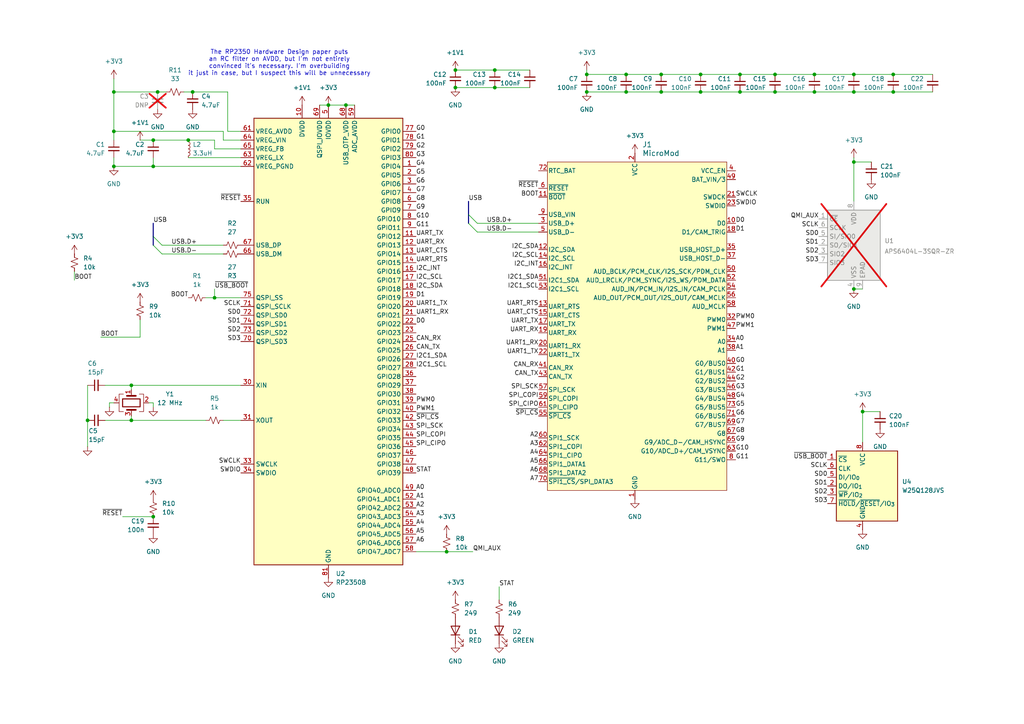
<source format=kicad_sch>
(kicad_sch (version 20250114) (generator "eeschema") (generator_version "9.0")
  (paper "A4")
  (lib_symbols
    (symbol "Device:C_Small" (pin_numbers (hide yes)) (pin_names (offset 0.254) (hide yes))
      (property "Reference" "C" (at 0.254 1.778 0))
      (property "Value" "C_Small" (at 0.254 -2.032 0))
      (symbol "C_Small_1_1"
        (pin passive line (at 0 2.54 270) (length 2.032) (name "~") (number "1"))
        (pin passive line (at 0 -2.54 90) (length 2.032) (name "~") (number "2"))
      )
    )
    (symbol "Device:Crystal_GND24" (pin_names (offset 1.016) (hide yes))
      (property "Reference" "Y" (at 3.175 5.08 0))
      (property "Value" "Crystal_GND24" (at 3.175 3.175 0))
      (symbol "Crystal_GND24_1_1"
        (pin passive line (at -3.81 0 0) (length 1.27) (name "1") (number "1"))
        (pin passive line (at 0 5.08 270) (length 1.27) (name "2") (number "2"))
        (pin passive line (at 0 -5.08 90) (length 1.27) (name "4") (number "4"))
        (pin passive line (at 3.81 0 180) (length 1.27) (name "3") (number "3"))
      )
    )
    (symbol "Device:LED" (pin_numbers (hide yes)) (pin_names (offset 1.016) (hide yes))
      (property "Reference" "D" (at 0 2.54 0))
      (property "Value" "LED" (at 0 -2.54 0))
      (symbol "LED_1_1"
        (pin passive line (at -3.81 0 0) (length 2.54) (name "K") (number "1"))
        (pin passive line (at 3.81 0 180) (length 2.54) (name "A") (number "2"))
      )
    )
    (symbol "Device:L_Small" (pin_numbers (hide yes)) (pin_names (offset 0.254) (hide yes))
      (property "Reference" "L" (at 0.762 1.016 0))
      (property "Value" "L_Small" (at 0.762 -1.016 0))
      (symbol "L_Small_1_1"
        (pin passive line (at 0 2.54 270) (length 0.508) (name "~") (number "1"))
        (pin passive line (at 0 -2.54 90) (length 0.508) (name "~") (number "2"))
      )
    )
    (symbol "Device:R_Small_US" (pin_numbers (hide yes)) (pin_names (offset 0.254) (hide yes))
      (property "Reference" "R" (at 0.762 0.508 0))
      (property "Value" "R_Small_US" (at 0.762 -1.016 0))
      (symbol "R_Small_US_1_1"
        (pin passive line (at 0 2.54 270) (length 1.016) (name "~") (number "1"))
        (pin passive line (at 0 -2.54 90) (length 1.016) (name "~") (number "2"))
      )
    )
    (symbol "MCU_RaspberryPi:RP2350B"
      (property "Reference" "U" (at 17.78 68.58 0))
      (property "Value" "RP2350B" (at 17.78 66.04 0))
      (symbol "RP2350B_1_0"
        (pin power_in line (at -25.4 60.96 0) (length 3.81) (name "VREG_AVDD") (number "61"))
        (pin power_in line (at -25.4 50.8 0) (length 3.81) (name "VREG_PGND") (number "62"))
        (pin power_in line (at -7.62 68.58 270) (length 3.81) (name "DVDD") (number "10"))
        (pin passive line (at -7.62 68.58 270) (length 3.81) (hide yes) (name "DVDD") (number "51"))
        (pin power_in line (at -2.54 68.58 270) (length 3.81) (name "QSPI_IOVDD") (number "69"))
        (pin passive line (at 0 68.58 270) (length 3.81) (hide yes) (name "IOVDD") (number "50"))
        (pin passive line (at 0 68.58 270) (length 3.81) (hide yes) (name "IOVDD") (number "60"))
        (pin passive line (at 0 68.58 270) (length 3.81) (hide yes) (name "IOVDD") (number "76"))
        (pin power_in line (at 5.08 68.58 270) (length 3.81) (name "USB_OTP_VDD") (number "68"))
        (pin bidirectional line (at 25.4 -15.24 180) (length 3.81) (name "GPIO30") (number "38"))
        (pin bidirectional line (at 25.4 -17.78 180) (length 3.81) (name "GPIO31") (number "39"))
        (pin bidirectional line (at 25.4 -20.32 180) (length 3.81) (name "GPIO32") (number "40"))
        (pin bidirectional line (at 25.4 -22.86 180) (length 3.81) (name "GPIO33") (number "42"))
        (pin bidirectional line (at 25.4 -25.4 180) (length 3.81) (name "GPIO34") (number "43"))
        (pin bidirectional line (at 25.4 -27.94 180) (length 3.81) (name "GPIO35") (number "44"))
        (pin bidirectional line (at 25.4 -30.48 180) (length 3.81) (name "GPIO36") (number "45"))
        (pin bidirectional line (at 25.4 -33.02 180) (length 3.81) (name "GPIO37") (number "46"))
        (pin bidirectional line (at 25.4 -35.56 180) (length 3.81) (name "GPIO38") (number "47"))
        (pin bidirectional line (at 25.4 -38.1 180) (length 3.81) (name "GPIO39") (number "48"))
        (pin bidirectional line (at 25.4 -43.18 180) (length 3.81) (name "GPIO40_ADC0") (number "49"))
        (pin bidirectional line (at 25.4 -45.72 180) (length 3.81) (name "GPIO41_ADC1") (number "52"))
        (pin bidirectional line (at 25.4 -48.26 180) (length 3.81) (name "GPIO42_ADC2") (number "53"))
        (pin bidirectional line (at 25.4 -50.8 180) (length 3.81) (name "GPIO43_ADC3") (number "54"))
        (pin bidirectional line (at 25.4 -53.34 180) (length 3.81) (name "GPIO44_ADC4") (number "55"))
        (pin bidirectional line (at 25.4 -55.88 180) (length 3.81) (name "GPIO45_ADC5") (number "56"))
        (pin bidirectional line (at 25.4 -58.42 180) (length 3.81) (name "GPIO46_ADC6") (number "57"))
        (pin bidirectional line (at 25.4 -60.96 180) (length 3.81) (name "GPIO47_ADC7") (number "58"))
      )
      (symbol "RP2350B_1_1"
        (pin power_in line (at -25.4 58.42 0) (length 3.81) (name "VREG_VIN") (number "64"))
        (pin passive line (at -25.4 55.88 0) (length 3.81) (name "VREG_FB") (number "65"))
        (pin power_out line (at -25.4 53.34 0) (length 3.81) (name "VREG_LX") (number "63"))
        (pin input line (at -25.4 40.64 0) (length 3.81) (name "RUN") (number "35"))
        (pin bidirectional line (at -25.4 27.94 0) (length 3.81) (name "USB_DP") (number "67"))
        (pin bidirectional line (at -25.4 25.4 0) (length 3.81) (name "USB_DM") (number "66"))
        (pin bidirectional line (at -25.4 12.7 0) (length 3.81) (name "QSPI_SS") (number "75"))
        (pin output line (at -25.4 10.16 0) (length 3.81) (name "QSPI_SCLK") (number "71"))
        (pin bidirectional line (at -25.4 7.62 0) (length 3.81) (name "QSPI_SD0") (number "72"))
        (pin bidirectional line (at -25.4 5.08 0) (length 3.81) (name "QSPI_SD1") (number "74"))
        (pin bidirectional line (at -25.4 2.54 0) (length 3.81) (name "QSPI_SD2") (number "73"))
        (pin bidirectional line (at -25.4 0 0) (length 3.81) (name "QSPI_SD3") (number "70"))
        (pin input line (at -25.4 -12.7 0) (length 3.81) (name "XIN") (number "30"))
        (pin passive line (at -25.4 -22.86 0) (length 3.81) (name "XOUT") (number "31"))
        (pin input line (at -25.4 -35.56 0) (length 3.81) (name "SWCLK") (number "33"))
        (pin bidirectional line (at -25.4 -38.1 0) (length 3.81) (name "SWDIO") (number "34"))
        (pin passive line (at -7.62 68.58 270) (length 3.81) (hide yes) (name "DVDD") (number "32"))
        (pin passive line (at 0 68.58 270) (length 3.81) (hide yes) (name "IOVDD") (number "15"))
        (pin passive line (at 0 68.58 270) (length 3.81) (hide yes) (name "IOVDD") (number "24"))
        (pin passive line (at 0 68.58 270) (length 3.81) (hide yes) (name "IOVDD") (number "29"))
        (pin passive line (at 0 68.58 270) (length 3.81) (hide yes) (name "IOVDD") (number "41"))
        (pin power_in line (at 0 68.58 270) (length 3.81) (name "IOVDD") (number "5"))
        (pin power_in line (at 0 -68.58 90) (length 3.81) (name "GND") (number "81"))
        (pin power_in line (at 7.62 68.58 270) (length 3.81) (name "ADC_AVDD") (number "59"))
        (pin bidirectional line (at 25.4 60.96 180) (length 3.81) (name "GPIO0") (number "77"))
        (pin bidirectional line (at 25.4 58.42 180) (length 3.81) (name "GPIO1") (number "78"))
        (pin bidirectional line (at 25.4 55.88 180) (length 3.81) (name "GPIO2") (number "79"))
        (pin bidirectional line (at 25.4 53.34 180) (length 3.81) (name "GPIO3") (number "80"))
        (pin bidirectional line (at 25.4 50.8 180) (length 3.81) (name "GPIO4") (number "1"))
        (pin bidirectional line (at 25.4 48.26 180) (length 3.81) (name "GPIO5") (number "2"))
        (pin bidirectional line (at 25.4 45.72 180) (length 3.81) (name "GPIO6") (number "3"))
        (pin bidirectional line (at 25.4 43.18 180) (length 3.81) (name "GPIO7") (number "4"))
        (pin bidirectional line (at 25.4 40.64 180) (length 3.81) (name "GPIO8") (number "6"))
        (pin bidirectional line (at 25.4 38.1 180) (length 3.81) (name "GPIO9") (number "7"))
        (pin bidirectional line (at 25.4 35.56 180) (length 3.81) (name "GPIO10") (number "8"))
        (pin bidirectional line (at 25.4 33.02 180) (length 3.81) (name "GPIO11") (number "9"))
        (pin bidirectional line (at 25.4 30.48 180) (length 3.81) (name "GPIO12") (number "11"))
        (pin bidirectional line (at 25.4 27.94 180) (length 3.81) (name "GPIO13") (number "12"))
        (pin bidirectional line (at 25.4 25.4 180) (length 3.81) (name "GPIO14") (number "13"))
        (pin bidirectional line (at 25.4 22.86 180) (length 3.81) (name "GPIO15") (number "14"))
        (pin bidirectional line (at 25.4 20.32 180) (length 3.81) (name "GPIO16") (number "16"))
        (pin bidirectional line (at 25.4 17.78 180) (length 3.81) (name "GPIO17") (number "17"))
        (pin bidirectional line (at 25.4 15.24 180) (length 3.81) (name "GPIO18") (number "18"))
        (pin bidirectional line (at 25.4 12.7 180) (length 3.81) (name "GPIO19") (number "19"))
        (pin bidirectional line (at 25.4 10.16 180) (length 3.81) (name "GPIO20") (number "20"))
        (pin bidirectional line (at 25.4 7.62 180) (length 3.81) (name "GPIO21") (number "21"))
        (pin bidirectional line (at 25.4 5.08 180) (length 3.81) (name "GPIO22") (number "22"))
        (pin bidirectional line (at 25.4 2.54 180) (length 3.81) (name "GPIO23") (number "23"))
        (pin bidirectional line (at 25.4 0 180) (length 3.81) (name "GPIO24") (number "25"))
        (pin bidirectional line (at 25.4 -2.54 180) (length 3.81) (name "GPIO25") (number "26"))
        (pin bidirectional line (at 25.4 -5.08 180) (length 3.81) (name "GPIO26") (number "27"))
        (pin bidirectional line (at 25.4 -7.62 180) (length 3.81) (name "GPIO27") (number "28"))
        (pin bidirectional line (at 25.4 -10.16 180) (length 3.81) (name "GPIO28") (number "36"))
        (pin bidirectional line (at 25.4 -12.7 180) (length 3.81) (name "GPIO29") (number "37"))
      )
    )
    (symbol "Memory_Flash:W25Q128JVS"
      (property "Reference" "U" (at -6.35 11.43 0))
      (property "Value" "W25Q128JVS" (at 7.62 11.43 0))
      (symbol "W25Q128JVS_1_1"
        (pin input line (at -10.16 7.62 0) (length 2.54) (name "~{CS}") (number "1"))
        (pin input line (at -10.16 5.08 0) (length 2.54) (name "CLK") (number "6"))
        (pin bidirectional line (at -10.16 2.54 0) (length 2.54) (name "DI/IO_{0}") (number "5"))
        (pin bidirectional line (at -10.16 0 0) (length 2.54) (name "DO/IO_{1}") (number "2"))
        (pin bidirectional line (at -10.16 -2.54 0) (length 2.54) (name "~{WP}/IO_{2}") (number "3"))
        (pin bidirectional line (at -10.16 -5.08 0) (length 2.54) (name "~{HOLD}/~{RESET}/IO_{3}") (number "7"))
        (pin power_in line (at 0 12.7 270) (length 2.54) (name "VCC") (number "8"))
        (pin power_in line (at 0 -12.7 90) (length 2.54) (name "GND") (number "4"))
      )
    )
    (symbol "Memory_RAM:APS6404L-3SQRx-ZR"
      (property "Reference" "U" (at -6.35 11.43 0))
      (property "Value" "APS6404L-3SQRx-ZR" (at 11.684 11.43 0))
      (symbol "APS6404L-3SQRx-ZR_1_1"
        (pin input line (at -10.16 7.62 0) (length 2.54) (name "~{CE}") (number "1"))
        (pin input line (at -10.16 5.08 0) (length 2.54) (name "SCLK") (number "6"))
        (pin bidirectional line (at -10.16 2.54 0) (length 2.54) (name "SI/SIO0") (number "5"))
        (pin bidirectional line (at -10.16 0 0) (length 2.54) (name "SO/SIO1") (number "2"))
        (pin bidirectional line (at -10.16 -2.54 0) (length 2.54) (name "SIO2") (number "3"))
        (pin bidirectional line (at -10.16 -5.08 0) (length 2.54) (name "SIO3") (number "7"))
        (pin power_in line (at 0 12.7 270) (length 2.54) (name "VDD") (number "8"))
        (pin power_in line (at 0 -12.7 90) (length 2.54) (name "VSS") (number "4"))
        (pin passive line (at 2.54 -12.7 90) (length 2.54) (name "EPAD") (number "9"))
      )
    )
    (symbol "SJSU_common:MicroMod" (pin_names (offset 0.254))
      (property "Reference" "J" (at 16.256 12.7 0))
      (property "Value" "MicroMod" (at 16.51 10.16 0))
      (symbol "MicroMod_1_1"
        (pin power_in line (at -11.43 0 0) (length 2.54) (name "RTC_BAT") (number "72"))
        (pin open_collector line (at -11.43 -5.08 0) (length 2.54) (name "~{RESET}") (number "6"))
        (pin open_collector line (at -11.43 -7.62 0) (length 2.54) (name "~{BOOT}") (number "11"))
        (pin power_in line (at -11.43 -12.7 0) (length 2.54) (name "USB_VIN") (number "9"))
        (pin bidirectional line (at -11.43 -15.24 0) (length 2.54) (name "USB_D+") (number "3"))
        (pin bidirectional line (at -11.43 -17.78 0) (length 2.54) (name "USB_D-") (number "5"))
        (pin bidirectional line (at -11.43 -22.86 0) (length 2.54) (name "I2C_SDA") (number "12"))
        (pin bidirectional line (at -11.43 -25.4 0) (length 2.54) (name "I2C_SCL") (number "14"))
        (pin open_collector line (at -11.43 -27.94 0) (length 2.54) (name "I2C_INT") (number "16"))
        (pin bidirectional line (at -11.43 -31.75 0) (length 2.54) (name "I2C1_SDA") (number "51"))
        (pin bidirectional line (at -11.43 -34.29 0) (length 2.54) (name "I2C1_SCL") (number "53"))
        (pin output line (at -11.43 -39.37 0) (length 2.54) (name "UART_RTS") (number "13"))
        (pin input line (at -11.43 -41.91 0) (length 2.54) (name "UART_CTS") (number "15"))
        (pin output line (at -11.43 -44.45 0) (length 2.54) (name "UART_TX") (number "17"))
        (pin input line (at -11.43 -46.99 0) (length 2.54) (name "UART_RX") (number "19"))
        (pin input line (at -11.43 -50.8 0) (length 2.54) (name "UART1_RX") (number "20"))
        (pin output line (at -11.43 -53.34 0) (length 2.54) (name "UART1_TX") (number "22"))
        (pin input line (at -11.43 -57.15 0) (length 2.54) (name "CAN_RX") (number "41"))
        (pin output line (at -11.43 -59.69 0) (length 2.54) (name "CAN_TX") (number "43"))
        (pin output line (at -11.43 -63.5 0) (length 2.54) (name "SPI_SCK") (number "57"))
        (pin output line (at -11.43 -66.04 0) (length 2.54) (name "SPI_COPI") (number "59"))
        (pin output line (at -11.43 -68.58 0) (length 2.54) (name "SPI_CIPO") (number "61"))
        (pin output line (at -11.43 -71.12 0) (length 2.54) (name "~{SPI_CS}") (number "55"))
        (pin output line (at -11.43 -77.47 0) (length 2.54) (name "SPI1_SCK") (number "60"))
        (pin output line (at -11.43 -80.01 0) (length 2.54) (name "SPI1_COPI") (number "62"))
        (pin output line (at -11.43 -82.55 0) (length 2.54) (name "SPI1_CIPO") (number "64"))
        (pin output line (at -11.43 -85.09 0) (length 2.54) (name "SPI1_DATA1") (number "66"))
        (pin output line (at -11.43 -87.63 0) (length 2.54) (name "SPI1_DATA2") (number "68"))
        (pin bidirectional line (at -11.43 -90.17 0) (length 2.54) (name "~{SPI1_CS}/SPI_DATA3") (number "70"))
        (pin power_in line (at 16.51 5.08 270) (length 2.54) (name "VCC") (number "2"))
        (pin power_in line (at 16.51 5.08 270) (length 2.54) (hide yes) (name "VCC") (number "74"))
        (pin power_out line (at 16.51 -95.25 90) (length 2.54) (name "GND") (number "1"))
        (pin power_out line (at 16.51 -95.25 90) (length 2.54) (hide yes) (name "GND") (number "33"))
        (pin power_out line (at 16.51 -95.25 90) (length 2.54) (hide yes) (name "GND") (number "36"))
        (pin power_out line (at 16.51 -95.25 90) (length 2.54) (hide yes) (name "GND") (number "39"))
        (pin power_out line (at 16.51 -95.25 90) (length 2.54) (hide yes) (name "GND") (number "45"))
        (pin power_out line (at 16.51 -95.25 90) (length 2.54) (hide yes) (name "GND") (number "7"))
        (pin power_out line (at 16.51 -95.25 90) (length 2.54) (hide yes) (name "GND") (number "75"))
        (pin power_out line (at 16.51 -95.25 90) (length 2.54) (hide yes) (name "GND") (number "S1"))
        (pin power_out line (at 16.51 -95.25 90) (length 2.54) (hide yes) (name "GND") (number "S2"))
        (pin power_out line (at 16.51 -95.25 90) (length 2.54) (hide yes) (name "GND") (number "S3"))
        (pin output line (at 45.72 0 180) (length 2.54) (name "VCC_EN") (number "4"))
        (pin input line (at 45.72 -2.54 180) (length 2.54) (name "BAT_VIN/3") (number "49"))
        (pin input line (at 45.72 -7.62 180) (length 2.54) (name "SWDCK") (number "21"))
        (pin output line (at 45.72 -10.16 180) (length 2.54) (name "SWDIO") (number "23"))
        (pin bidirectional line (at 45.72 -15.24 180) (length 2.54) (name "D0") (number "10"))
        (pin bidirectional line (at 45.72 -17.78 180) (length 2.54) (name "D1/CAM_TRIG") (number "18"))
        (pin bidirectional line (at 45.72 -22.86 180) (length 2.54) (name "USB_HOST_D+") (number "35"))
        (pin bidirectional line (at 45.72 -25.4 180) (length 2.54) (name "USB_HOST_D-") (number "37"))
        (pin bidirectional line (at 45.72 -29.21 180) (length 2.54) (name "AUD_BCLK/PCM_CLK/I2S_SCK/PDM_CLK") (number "50"))
        (pin bidirectional line (at 45.72 -31.75 180) (length 2.54) (name "AUD_LRCLK/PCM_SYNC/I2S_WS/PDM_DATA") (number "52"))
        (pin input line (at 45.72 -34.29 180) (length 2.54) (name "AUD_IN/PCM_IN/I2S_IN/CAM_PCLK") (number "54"))
        (pin output line (at 45.72 -36.83 180) (length 2.54) (name "AUD_OUT/PCM_OUT/I2S_OUT/CAM_MCLK") (number "56"))
        (pin output line (at 45.72 -39.37 180) (length 2.54) (name "AUD_MCLK") (number "58"))
        (pin output line (at 45.72 -43.18 180) (length 2.54) (name "PWM0") (number "32"))
        (pin output line (at 45.72 -45.72 180) (length 2.54) (name "PWM1") (number "47"))
        (pin output line (at 45.72 -49.53 180) (length 2.54) (name "A0") (number "34"))
        (pin output line (at 45.72 -52.07 180) (length 2.54) (name "A1") (number "38"))
        (pin bidirectional line (at 45.72 -55.88 180) (length 2.54) (name "G0/BUS0") (number "40"))
        (pin bidirectional line (at 45.72 -58.42 180) (length 2.54) (name "G1/BUS1") (number "42"))
        (pin bidirectional line (at 45.72 -60.96 180) (length 2.54) (name "G2/BUS2") (number "44"))
        (pin bidirectional line (at 45.72 -63.5 180) (length 2.54) (name "G3/BUS3") (number "46"))
        (pin bidirectional line (at 45.72 -66.04 180) (length 2.54) (name "G4/BUS4") (number "48"))
        (pin bidirectional line (at 45.72 -68.58 180) (length 2.54) (name "G5/BUS5") (number "73"))
        (pin bidirectional line (at 45.72 -71.12 180) (length 2.54) (name "G6/BUS6") (number "71"))
        (pin bidirectional line (at 45.72 -73.66 180) (length 2.54) (name "G7/BUS7") (number "69"))
        (pin bidirectional line (at 45.72 -76.2 180) (length 2.54) (name "G8") (number "67"))
        (pin bidirectional line (at 45.72 -78.74 180) (length 2.54) (name "G9/ADC_D-/CAM_HSYNC") (number "65"))
        (pin bidirectional line (at 45.72 -81.28 180) (length 2.54) (name "G10/ADC_D+/CAM_VSYNC") (number "63"))
        (pin bidirectional line (at 45.72 -83.82 180) (length 2.54) (name "G11/SWO") (number "8"))
      )
    )
    (symbol "power:+1V1" (power) (pin_numbers (hide yes)) (pin_names (offset 0) (hide yes))
      (property "Value" "+1V1" (at 0 3.556 0))
      (symbol "+1V1_1_1"
        (pin power_in line (at 0 0 90) (length 0) (name "~") (number "1"))
      )
    )
    (symbol "power:+3V3" (power) (pin_numbers (hide yes)) (pin_names (offset 0) (hide yes))
      (property "Value" "+3V3" (at 0 3.556 0))
      (symbol "+3V3_1_1"
        (pin power_in line (at 0 0 90) (length 0) (name "~") (number "1"))
      )
    )
    (symbol "power:GND" (power) (pin_numbers (hide yes)) (pin_names (offset 0) (hide yes))
      (property "Value" "GND" (at 0 -3.81 0))
      (symbol "GND_1_1"
        (pin power_in line (at 0 0 270) (length 0) (name "~") (number "1"))
      )
    )
  )
  (text "The RP2350 Hardware Design paper puts\nan RC filter on AVDD, but I'm not entirely\nconvinced it's necessary. I'm overbuilding\nit just in case, but I suspect this will be unnecessary" (at 81.026 18.288 0) (effects (font (size 1.27 1.27))))
  (junction (at 250.19 119.38))
  (junction (at 38.1 121.92))
  (junction (at 203.2 21.59))
  (junction (at 44.45 40.64))
  (junction (at 143.51 25.4))
  (junction (at 33.02 38.1))
  (junction (at 143.51 20.32))
  (junction (at 132.08 20.32))
  (junction (at 25.4 121.92))
  (junction (at 191.77 21.59))
  (junction (at 259.08 26.67))
  (junction (at 247.65 21.59))
  (junction (at 62.23 86.36))
  (junction (at 224.79 26.67))
  (junction (at 170.18 21.59))
  (junction (at 259.08 21.59))
  (junction (at 203.2 26.67))
  (junction (at 181.61 21.59))
  (junction (at 214.63 26.67))
  (junction (at 247.65 83.82))
  (junction (at 38.1 111.76))
  (junction (at 224.79 21.59))
  (junction (at 236.22 21.59))
  (junction (at 55.88 26.67))
  (junction (at 132.08 25.4))
  (junction (at 181.61 26.67))
  (junction (at 191.77 26.67))
  (junction (at 33.02 48.26))
  (junction (at 247.65 26.67))
  (junction (at 44.45 48.26))
  (junction (at 129.54 160.02))
  (junction (at 247.65 46.99))
  (junction (at 214.63 21.59))
  (junction (at 95.25 30.48))
  (junction (at 100.33 30.48))
  (junction (at 44.45 149.86))
  (junction (at 170.18 26.67))
  (junction (at 236.22 26.67))
  (junction (at 45.72 26.67))
  (junction (at 54.61 40.64))
  (junction (at 33.02 26.67))
  (bus_entry (at 44.45 68.58) (size 2.54 2.54))
  (bus_entry (at 135.89 64.77) (size 2.54 2.54))
  (bus_entry (at 44.45 71.12) (size 2.54 2.54))
  (bus_entry (at 135.89 62.23) (size 2.54 2.54))
  (wire (pts (xy 25.4 111.76) (xy 25.4 121.92)))
  (wire (pts (xy 129.54 160.02) (xy 120.65 160.02)))
  (wire (pts (xy 224.79 26.67) (xy 236.22 26.67)))
  (wire (pts (xy 55.88 26.67) (xy 66.04 26.67)))
  (wire (pts (xy 25.4 121.92) (xy 25.4 129.54)))
  (wire (pts (xy 214.63 26.67) (xy 224.79 26.67)))
  (bus (pts (xy 135.89 58.42) (xy 135.89 62.23)))
  (wire (pts (xy 64.77 40.64) (xy 64.77 38.1)))
  (wire (pts (xy 143.51 20.32) (xy 153.67 20.32)))
  (wire (pts (xy 170.18 26.67) (xy 181.61 26.67)))
  (wire (pts (xy 181.61 21.59) (xy 191.77 21.59)))
  (wire (pts (xy 46.99 73.66) (xy 64.77 73.66)))
  (wire (pts (xy 95.25 30.48) (xy 100.33 30.48)))
  (wire (pts (xy 66.04 38.1) (xy 69.85 38.1)))
  (wire (pts (xy 44.45 48.26) (xy 44.45 45.72)))
  (wire (pts (xy 259.08 26.67) (xy 270.51 26.67)))
  (wire (pts (xy 132.08 20.32) (xy 143.51 20.32)))
  (wire (pts (xy 44.45 149.86) (xy 35.56 149.86)))
  (wire (pts (xy 54.61 45.72) (xy 69.85 45.72)))
  (wire (pts (xy 69.85 48.26) (xy 44.45 48.26)))
  (wire (pts (xy 21.59 81.28) (xy 21.59 78.74)))
  (wire (pts (xy 38.1 121.92) (xy 59.69 121.92)))
  (wire (pts (xy 33.02 116.84) (xy 31.75 116.84)))
  (wire (pts (xy 203.2 21.59) (xy 214.63 21.59)))
  (wire (pts (xy 191.77 21.59) (xy 203.2 21.59)))
  (wire (pts (xy 29.21 97.79) (xy 40.64 97.79)))
  (wire (pts (xy 170.18 21.59) (xy 170.18 20.32)))
  (wire (pts (xy 64.77 121.92) (xy 69.85 121.92)))
  (wire (pts (xy 247.65 46.99) (xy 252.73 46.99)))
  (wire (pts (xy 33.02 22.86) (xy 33.02 26.67)))
  (wire (pts (xy 181.61 26.67) (xy 191.77 26.67)))
  (wire (pts (xy 38.1 111.76) (xy 38.1 113.03)))
  (wire (pts (xy 247.65 83.82) (xy 250.19 83.82)))
  (wire (pts (xy 132.08 25.4) (xy 143.51 25.4)))
  (wire (pts (xy 59.69 86.36) (xy 62.23 86.36)))
  (wire (pts (xy 144.78 170.18) (xy 144.78 173.99)))
  (wire (pts (xy 33.02 48.26) (xy 44.45 48.26)))
  (wire (pts (xy 203.2 26.67) (xy 214.63 26.67)))
  (wire (pts (xy 33.02 48.26) (xy 33.02 45.72)))
  (wire (pts (xy 33.02 38.1) (xy 33.02 40.64)))
  (wire (pts (xy 30.48 121.92) (xy 38.1 121.92)))
  (wire (pts (xy 62.23 43.18) (xy 62.23 40.64)))
  (wire (pts (xy 259.08 21.59) (xy 270.51 21.59)))
  (wire (pts (xy 236.22 26.67) (xy 247.65 26.67)))
  (wire (pts (xy 247.65 46.99) (xy 247.65 58.42)))
  (wire (pts (xy 100.33 30.48) (xy 102.87 30.48)))
  (wire (pts (xy 44.45 40.64) (xy 54.61 40.64)))
  (wire (pts (xy 62.23 40.64) (xy 54.61 40.64)))
  (wire (pts (xy 44.45 116.84) (xy 44.45 118.11)))
  (wire (pts (xy 33.02 26.67) (xy 45.72 26.67)))
  (wire (pts (xy 30.48 111.76) (xy 38.1 111.76)))
  (wire (pts (xy 69.85 111.76) (xy 38.1 111.76)))
  (wire (pts (xy 92.71 30.48) (xy 95.25 30.48)))
  (wire (pts (xy 170.18 21.59) (xy 181.61 21.59)))
  (wire (pts (xy 247.65 45.72) (xy 247.65 46.99)))
  (wire (pts (xy 66.04 26.67) (xy 66.04 38.1)))
  (wire (pts (xy 191.77 26.67) (xy 203.2 26.67)))
  (wire (pts (xy 137.16 160.02) (xy 129.54 160.02)))
  (wire (pts (xy 31.75 116.84) (xy 31.75 118.11)))
  (wire (pts (xy 33.02 26.67) (xy 33.02 38.1)))
  (wire (pts (xy 69.85 40.64) (xy 64.77 40.64)))
  (wire (pts (xy 38.1 121.92) (xy 38.1 120.65)))
  (wire (pts (xy 138.43 67.31) (xy 156.21 67.31)))
  (wire (pts (xy 62.23 83.82) (xy 62.23 86.36)))
  (wire (pts (xy 250.19 119.38) (xy 255.27 119.38)))
  (wire (pts (xy 64.77 38.1) (xy 33.02 38.1)))
  (wire (pts (xy 43.18 116.84) (xy 44.45 116.84)))
  (wire (pts (xy 46.99 71.12) (xy 64.77 71.12)))
  (wire (pts (xy 45.72 26.67) (xy 48.26 26.67)))
  (wire (pts (xy 53.34 26.67) (xy 55.88 26.67)))
  (wire (pts (xy 247.65 26.67) (xy 259.08 26.67)))
  (bus (pts (xy 44.45 68.58) (xy 44.45 71.12)))
  (wire (pts (xy 214.63 21.59) (xy 224.79 21.59)))
  (wire (pts (xy 236.22 21.59) (xy 247.65 21.59)))
  (wire (pts (xy 143.51 25.4) (xy 153.67 25.4)))
  (bus (pts (xy 135.89 62.23) (xy 135.89 64.77)))
  (wire (pts (xy 40.64 40.64) (xy 44.45 40.64)))
  (wire (pts (xy 62.23 86.36) (xy 69.85 86.36)))
  (bus (pts (xy 44.45 64.77) (xy 44.45 68.58)))
  (wire (pts (xy 138.43 64.77) (xy 156.21 64.77)))
  (wire (pts (xy 250.19 119.38) (xy 250.19 128.27)))
  (wire (pts (xy 69.85 43.18) (xy 62.23 43.18)))
  (wire (pts (xy 247.65 21.59) (xy 259.08 21.59)))
  (wire (pts (xy 224.79 21.59) (xy 236.22 21.59)))
  (wire (pts (xy 40.64 92.71) (xy 40.64 97.79)))
  (label "G2" (at 120.65 43.18 0))
  (label "QMI_AUX" (at 237.49 63.5 180))
  (label "UART1_RX" (at 156.21 100.33 180))
  (label "A2" (at 156.21 127 180))
  (label "G5" (at 213.36 118.11 0))
  (label "BOOT" (at 21.59 81.28 0))
  (label "SWDIO" (at 213.36 59.69 0))
  (label "SCLK" (at 237.49 66.04 180))
  (label "G9" (at 213.36 128.27 0))
  (label "CAN_TX" (at 156.21 109.22 180))
  (label "SWCLK" (at 213.36 57.15 0))
  (label "SWDIO" (at 69.85 137.16 180))
  (label "SD0" (at 240.03 138.43 180))
  (label "SD1" (at 240.03 140.97 180))
  (label "SPI_COPI" (at 120.65 127 0))
  (label "UART_TX" (at 156.21 93.98 180))
  (label "I2C1_SCL" (at 120.65 106.68 0))
  (label "G2" (at 213.36 110.49 0))
  (label "G7" (at 213.36 123.19 0))
  (label "PWM0" (at 120.65 116.84 0))
  (label "G1" (at 120.65 40.64 0))
  (label "SD0" (at 69.85 91.44 180))
  (label "SD2" (at 240.03 143.51 180))
  (label "I2C_SDA" (at 156.21 72.39 180))
  (label "~{USB_BOOT}" (at 240.03 133.35 180))
  (label "SD1" (at 69.85 93.98 180))
  (label "I2C1_SDA" (at 156.21 81.28 180))
  (label "A5" (at 156.21 134.62 180))
  (label "BOOT" (at 54.61 86.36 180))
  (label "G11" (at 120.65 66.04 0))
  (label "A6" (at 120.65 157.48 0))
  (label "G10" (at 120.65 63.5 0))
  (label "I2C_SCL" (at 156.21 74.93 180))
  (label "D0" (at 213.36 64.77 0))
  (label "D1" (at 213.36 67.31 0))
  (label "A4" (at 120.65 152.4 0))
  (label "USB.D+" (at 148.59 64.77 180))
  (label "USB" (at 44.45 64.77 0))
  (label "SPI_SCK" (at 120.65 124.46 0))
  (label "I2C1_SCL" (at 156.21 83.82 180))
  (label "A6" (at 156.21 137.16 180))
  (label "G0" (at 213.36 105.41 0))
  (label "BOOT" (at 156.21 57.15 180))
  (label "STAT" (at 144.78 170.18 0))
  (label "~{SPI_CS}" (at 120.65 121.92 0))
  (label "I2C_SCL" (at 120.65 81.28 0))
  (label "UART1_RX" (at 120.65 91.44 0))
  (label "SD2" (at 69.85 96.52 180))
  (label "~{SPI_CS}" (at 156.21 120.65 180))
  (label "G7" (at 120.65 55.88 0))
  (label "BOOT" (at 34.29 97.79 180))
  (label "SD3" (at 240.03 146.05 180))
  (label "A7" (at 156.21 139.7 180))
  (label "G6" (at 120.65 53.34 0))
  (label "SD2" (at 237.49 73.66 180))
  (label "STAT" (at 120.65 137.16 0))
  (label "SCLK" (at 69.85 88.9 180))
  (label "PWM0" (at 213.36 92.71 0))
  (label "A2" (at 120.65 147.32 0))
  (label "G9" (at 120.65 60.96 0))
  (label "PWM1" (at 120.65 119.38 0))
  (label "UART1_TX" (at 156.21 102.87 180))
  (label "SPI_CIPO" (at 156.21 118.11 180))
  (label "G1" (at 213.36 107.95 0))
  (label "SPI_SCK" (at 156.21 113.03 180))
  (label "A0" (at 120.65 142.24 0))
  (label "I2C1_SDA" (at 120.65 104.14 0))
  (label "G3" (at 213.36 113.03 0))
  (label "G0" (at 120.65 38.1 0))
  (label "G11" (at 213.36 133.35 0))
  (label "UART_TX" (at 120.65 68.58 0))
  (label "PWM1" (at 213.36 95.25 0))
  (label "USB.D-" (at 148.59 67.31 180))
  (label "UART_RX" (at 120.65 71.12 0))
  (label "SPI_COPI" (at 156.21 115.57 180))
  (label "SWCLK" (at 69.85 134.62 180))
  (label "UART_RX" (at 156.21 96.52 180))
  (label "A4" (at 156.21 132.08 180))
  (label "A3" (at 156.21 129.54 180))
  (label "USB.D+" (at 57.15 71.12 180))
  (label "USB" (at 135.89 58.42 0))
  (label "UART_RTS" (at 156.21 88.9 180))
  (label "UART1_TX" (at 120.65 88.9 0))
  (label "UART_CTS" (at 156.21 91.44 180))
  (label "I2C_SDA" (at 120.65 83.82 0))
  (label "USB.D-" (at 57.15 73.66 180))
  (label "~{RESET}" (at 156.21 54.61 180))
  (label "D0" (at 120.65 93.98 0))
  (label "G10" (at 213.36 130.81 0))
  (label "D1" (at 120.65 86.36 0))
  (label "G8" (at 213.36 125.73 0))
  (label "G4" (at 213.36 115.57 0))
  (label "~{USB_BOOT}" (at 62.23 83.82 0))
  (label "G4" (at 120.65 48.26 0))
  (label "I2C_INT" (at 156.21 77.47 180))
  (label "A1" (at 213.36 101.6 0))
  (label "SPI_CIPO" (at 120.65 129.54 0))
  (label "A0" (at 213.36 99.06 0))
  (label "G6" (at 213.36 120.65 0))
  (label "I2C_INT" (at 120.65 78.74 0))
  (label "SD1" (at 237.49 71.12 180))
  (label "G5" (at 120.65 50.8 0))
  (label "CAN_RX" (at 156.21 106.68 180))
  (label "QMI_AUX" (at 137.16 160.02 0))
  (label "A1" (at 120.65 144.78 0))
  (label "SD0" (at 237.49 68.58 180))
  (label "G3" (at 120.65 45.72 0))
  (label "G8" (at 120.65 58.42 0))
  (label "~{RESET}" (at 69.85 58.42 180))
  (label "SCLK" (at 240.03 135.89 180))
  (label "UART_RTS" (at 120.65 76.2 0))
  (label "A3" (at 120.65 149.86 0))
  (label "UART_CTS" (at 120.65 73.66 0))
  (label "SD3" (at 69.85 99.06 180))
  (label "A5" (at 120.65 154.94 0))
  (label "CAN_TX" (at 120.65 101.6 0))
  (label "~{RESET}" (at 35.56 149.86 180))
  (label "SD3" (at 237.49 76.2 180))
  (label "CAN_RX" (at 120.65 99.06 0))
  (symbol (lib_id "power:GND") (at 25.4 129.54 0) (unit 1)
    (property "Reference" "#PWR013" (effects (hide yes)))
    (property "Value" "GND" (effects (hide yes)))
    (property "Description" "Power symbol creates a global label with name \"GND\" , ground" (effects (hide yes)))
  )
  (symbol (lib_id "Device:R_Small_US") (at 67.31 71.12 90) (unit 1)
    (property "Reference" "R2" (at 67.31 64.77 90))
    (property "Value" "27" (at 67.31 67.31 90))
    (property "Footprint" "Resistor_SMD:R_0402_1005Metric" (effects (hide yes)))
    (property "Description" "Resistor, small US symbol" (effects (hide yes)))
  )
  (symbol (lib_id "Device:C_Small") (at 214.63 24.13 0) (mirror y) (unit 1)
    (property "Reference" "C11" (at 212.09 22.8662 0) (effects (justify left)))
    (property "Value" "100nF" (at 212.09 25.4062 0) (effects (justify left)))
    (property "Footprint" "Capacitor_SMD:C_0402_1005Metric" (effects (hide yes)))
    (property "Description" "Unpolarized capacitor, small symbol" (effects (hide yes)))
  )
  (symbol (lib_id "Device:C_Small") (at 143.51 22.86 0) (mirror y) (unit 1)
    (property "Reference" "C13" (at 140.97 21.5962 0) (effects (justify left)))
    (property "Value" "100nF" (at 140.97 24.1362 0) (effects (justify left)))
    (property "Footprint" "Capacitor_SMD:C_0402_1005Metric" (effects (hide yes)))
    (property "Description" "Unpolarized capacitor, small symbol" (effects (hide yes)))
  )
  (symbol (lib_id "power:GND") (at 252.73 52.07 0) (unit 1)
    (property "Reference" "#PWR031" (effects (hide yes)))
    (property "Value" "GND" (at 252.73 57.15 0))
    (property "Description" "Power symbol creates a global label with name \"GND\" , ground" (effects (hide yes)))
  )
  (symbol (lib_id "power:GND") (at 44.45 154.94 0) (unit 1)
    (property "Reference" "#PWR025" (effects (hide yes)))
    (property "Value" "GND" (at 44.45 160.02 0))
    (property "Description" "Power symbol creates a global label with name \"GND\" , ground" (effects (hide yes)))
  )
  (symbol (lib_id "Device:R_Small_US") (at 40.64 90.17 180) (unit 1)
    (property "Reference" "R9" (at 43.18 88.8999 0) (effects (justify right)))
    (property "Value" "10k" (at 43.18 91.4399 0) (effects (justify right)))
    (property "Footprint" "Resistor_SMD:R_0402_1005Metric" (effects (hide yes)))
    (property "Description" "Resistor, small US symbol" (effects (hide yes)))
  )
  (symbol (lib_id "Device:C_Small") (at 45.72 29.21 0) (mirror y) (unit 1) (dnp yes)
    (property "Reference" "C3" (at 43.18 27.9462 0) (effects (justify left)))
    (property "Value" "DNP" (at 43.18 30.4862 0) (effects (justify left)))
    (property "Footprint" "Capacitor_SMD:C_0402_1005Metric" (effects (hide yes)))
    (property "Description" "Unpolarized capacitor, small symbol" (effects (hide yes)))
  )
  (symbol (lib_id "Device:C_Small") (at 255.27 121.92 0) (unit 1)
    (property "Reference" "C20" (at 257.81 120.6562 0) (effects (justify left)))
    (property "Value" "100nF" (at 257.81 123.1962 0) (effects (justify left)))
    (property "Footprint" "Capacitor_SMD:C_0402_1005Metric" (effects (hide yes)))
    (property "Description" "Unpolarized capacitor, small symbol" (effects (hide yes)))
  )
  (symbol (lib_id "Device:Crystal_GND24") (at 38.1 116.84 270) (unit 1)
    (property "Reference" "Y1" (at 49.276 114.3 90))
    (property "Value" "12 MHz" (at 49.276 116.84 90))
    (property "Footprint" "Crystal:Crystal_SMD_Abracon_ABM8AIG-4Pin_3.2x2.5mm" (effects (hide yes)))
    (property "Description" "ABM8-272-T3" (effects (hide yes)))
    (property "AISLER_MPN" "ABM8-272-T3" (effects (hide yes)))
    (property "JLCPCB Part" "C20625731" (effects (hide yes)))
  )
  (symbol (lib_id "power:+3V3") (at 40.64 87.63 0) (unit 1)
    (property "Reference" "#PWR027" (effects (hide yes)))
    (property "Value" "+3V3" (at 40.64 82.55 0))
    (property "Description" "Power symbol creates a global label with name \"+3V3\"" (effects (hide yes)))
  )
  (symbol (lib_id "Device:C_Small") (at 236.22 24.13 0) (mirror y) (unit 1)
    (property "Reference" "C16" (at 233.68 22.8662 0) (effects (justify left)))
    (property "Value" "100nF" (at 233.68 25.4062 0) (effects (justify left)))
    (property "Footprint" "Capacitor_SMD:C_0402_1005Metric" (effects (hide yes)))
    (property "Description" "Unpolarized capacitor, small symbol" (effects (hide yes)))
  )
  (symbol (lib_id "power:GND") (at 144.78 186.69 0) (unit 1)
    (property "Reference" "#PWR017" (effects (hide yes)))
    (property "Value" "GND" (at 144.78 191.77 0))
    (property "Description" "Power symbol creates a global label with name \"GND\" , ground" (effects (hide yes)))
  )
  (symbol (lib_id "Device:C_Small") (at 55.88 29.21 0) (unit 1)
    (property "Reference" "C4" (at 58.42 27.9462 0) (effects (justify left)))
    (property "Value" "4.7uF" (at 58.42 30.4862 0) (effects (justify left)))
    (property "Footprint" "Capacitor_SMD:C_0402_1005Metric" (effects (hide yes)))
    (property "Description" "Unpolarized capacitor, small symbol" (effects (hide yes)))
  )
  (symbol (lib_id "Device:C_Small") (at 181.61 24.13 0) (mirror y) (unit 1)
    (property "Reference" "C8" (at 179.07 22.8662 0) (effects (justify left)))
    (property "Value" "100nF" (at 179.07 25.4062 0) (effects (justify left)))
    (property "Footprint" "Capacitor_SMD:C_0402_1005Metric" (effects (hide yes)))
    (property "Description" "Unpolarized capacitor, small symbol" (effects (hide yes)))
  )
  (symbol (lib_id "Device:R_Small_US") (at 67.31 73.66 90) (unit 1)
    (property "Reference" "R3" (at 67.31 80.01 90))
    (property "Value" "27" (at 67.31 77.47 90))
    (property "Footprint" "Resistor_SMD:R_0402_1005Metric" (effects (hide yes)))
    (property "Description" "Resistor, small US symbol" (effects (hide yes)))
  )
  (symbol (lib_id "power:GND") (at 170.18 26.67 0) (unit 1)
    (property "Reference" "#PWR020" (effects (hide yes)))
    (property "Value" "GND" (at 170.18 31.75 0))
    (property "Description" "Power symbol creates a global label with name \"GND\" , ground" (effects (hide yes)))
  )
  (symbol (lib_id "power:+1V1") (at 132.08 20.32 0) (unit 1)
    (property "Reference" "#PWR022" (effects (hide yes)))
    (property "Value" "+1V1" (at 132.08 15.24 0))
    (property "Description" "Power symbol creates a global label with name \"+1V1\"" (effects (hide yes)))
  )
  (symbol (lib_id "Device:C_Small") (at 44.45 43.18 0) (mirror y) (unit 1)
    (property "Reference" "C2" (at 41.91 41.9162 0) (effects (justify left)))
    (property "Value" "4.7uF" (at 41.91 44.4562 0) (effects (justify left)))
    (property "Footprint" "Capacitor_SMD:C_0402_1005Metric" (effects (hide yes)))
    (property "Description" "Unpolarized capacitor, small symbol" (effects (hide yes)))
  )
  (symbol (lib_id "Device:C_Small") (at 27.94 111.76 90) (unit 1)
    (property "Reference" "C6" (at 25.4 105.4162 90) (effects (justify right)))
    (property "Value" "15pF" (at 25.4 107.9562 90) (effects (justify right)))
    (property "Footprint" "Capacitor_SMD:C_0402_1005Metric" (effects (hide yes)))
    (property "Description" "Unpolarized capacitor, small symbol" (effects (hide yes)))
  )
  (symbol (lib_id "MCU_RaspberryPi:RP2350B") (at 95.25 99.06 0) (unit 1)
    (property "Reference" "U2" (at 97.3933 166.37 0) (effects (justify left)))
    (property "Value" "RP2350B" (at 97.3933 168.91 0) (effects (justify left)))
    (property "Footprint" "Package_DFN_QFN:QFN-80-1EP_10x10mm_P0.4mm_EP3.4x3.4mm" (effects (hide yes)))
    (property "Datasheet" "https://datasheets.raspberrypi.com/rp2350/rp2350-datasheet.pdf" (effects (hide yes)))
    (property "Description" "A microcontroller by Raspberry Pi, Dual ARM Cortex-M33, Hazard3 RISC-V, 150MHz, no flash, 520k SRAM, 12 PIO state machines, QFN-80" (effects (hide yes)))
    (property "AISLER_MPN" "RP2350B" (effects (hide yes)))
    (property "JLCPCB Part" "C42415655" (effects (hide yes)))
  )
  (symbol (lib_id "Device:C_Small") (at 170.18 24.13 0) (mirror y) (unit 1)
    (property "Reference" "C7" (at 167.64 22.8662 0) (effects (justify left)))
    (property "Value" "100nF" (at 167.64 25.4062 0) (effects (justify left)))
    (property "Footprint" "Capacitor_SMD:C_0402_1005Metric" (effects (hide yes)))
    (property "Description" "Unpolarized capacitor, small symbol" (effects (hide yes)))
  )
  (symbol (lib_id "Device:C_Small") (at 44.45 152.4 0) (mirror y) (unit 1)
    (property "Reference" "C19" (at 41.91 151.1362 0) (effects (justify left)))
    (property "Value" "100n" (at 41.91 153.6762 0) (effects (justify left)))
    (property "Footprint" "Capacitor_SMD:C_0402_1005Metric" (effects (hide yes)))
    (property "Description" "Unpolarized capacitor, small symbol" (effects (hide yes)))
  )
  (symbol (lib_id "Device:C_Small") (at 132.08 22.86 0) (mirror y) (unit 1)
    (property "Reference" "C12" (at 129.54 21.5962 0) (effects (justify left)))
    (property "Value" "100nF" (at 129.54 24.1362 0) (effects (justify left)))
    (property "Footprint" "Capacitor_SMD:C_0402_1005Metric" (effects (hide yes)))
    (property "Description" "Unpolarized capacitor, small symbol" (effects (hide yes)))
  )
  (symbol (lib_id "power:+1V1") (at 87.63 30.48 0) (unit 1)
    (property "Reference" "#PWR021" (effects (hide yes)))
    (property "Value" "+1V1" (at 87.63 25.4 0))
    (property "Description" "Power symbol creates a global label with name \"+1V1\"" (effects (hide yes)))
  )
  (symbol (lib_id "power:+3V3") (at 247.65 45.72 0) (unit 1)
    (property "Reference" "#PWR02" (effects (hide yes)))
    (property "Value" "+3V3" (at 247.65 40.64 0))
    (property "Description" "Power symbol creates a global label with name \"+3V3\"" (effects (hide yes)))
  )
  (symbol (lib_id "Device:C_Small") (at 247.65 24.13 0) (mirror y) (unit 1)
    (property "Reference" "C17" (at 245.11 22.8662 0) (effects (justify left)))
    (property "Value" "100nF" (at 245.11 25.4062 0) (effects (justify left)))
    (property "Footprint" "Capacitor_SMD:C_0402_1005Metric" (effects (hide yes)))
    (property "Description" "Unpolarized capacitor, small symbol" (effects (hide yes)))
  )
  (symbol (lib_id "Device:C_Small") (at 33.02 43.18 0) (mirror y) (unit 1)
    (property "Reference" "C1" (at 30.48 41.9162 0) (effects (justify left)))
    (property "Value" "4.7uF" (at 30.48 44.4562 0) (effects (justify left)))
    (property "Footprint" "Capacitor_SMD:C_0402_1005Metric" (effects (hide yes)))
    (property "Description" "Unpolarized capacitor, small symbol" (effects (hide yes)))
  )
  (symbol (lib_id "Device:L_Small") (at 54.61 43.18 0) (unit 1)
    (property "Reference" "L2" (at 55.88 41.9099 0) (effects (justify left)))
    (property "Value" "3.3uH" (at 55.88 44.4499 0) (effects (justify left)))
    (property "Footprint" "SparkFun_MicroMod_ESP32:L_0806_2016Metric" (effects (hide yes)))
    (property "Description" "Inductor, small symbol" (effects (hide yes)))
    (property "AISLER_MPN" "AOTA-B201610S3R3-101-T" (effects (hide yes)))
    (property "JLCPCB Part" "C42411119" (effects (hide yes)))
  )
  (symbol (lib_id "power:GND") (at 132.08 186.69 0) (unit 1)
    (property "Reference" "#PWR018" (effects (hide yes)))
    (property "Value" "GND" (at 132.08 191.77 0))
    (property "Description" "Power symbol creates a global label with name \"GND\" , ground" (effects (hide yes)))
  )
  (symbol (lib_id "power:+3V3") (at 129.54 154.94 0) (unit 1)
    (property "Reference" "#PWR026" (effects (hide yes)))
    (property "Value" "+3V3" (at 129.54 149.86 0))
    (property "Description" "Power symbol creates a global label with name \"+3V3\"" (effects (hide yes)))
  )
  (symbol (lib_id "power:+1V1") (at 40.64 40.64 0) (unit 1)
    (property "Reference" "#PWR014" (effects (hide yes)))
    (property "Value" "+1V1" (at 40.64 35.56 0))
    (property "Description" "Power symbol creates a global label with name \"+1V1\"" (effects (hide yes)))
  )
  (symbol (lib_id "power:GND") (at 45.72 31.75 0) (unit 1)
    (property "Reference" "#PWR07" (effects (hide yes)))
    (property "Value" "GND" (at 45.72 36.83 0))
    (property "Description" "Power symbol creates a global label with name \"GND\" , ground" (effects (hide yes)))
  )
  (symbol (lib_id "Device:C_Small") (at 270.51 24.13 0) (mirror y) (unit 1)
    (property "Reference" "C22" (at 267.97 22.8662 0) (effects (justify left)))
    (property "Value" "100nF" (at 267.97 25.4062 0) (effects (justify left)))
    (property "Footprint" "Capacitor_SMD:C_0402_1005Metric" (effects (hide yes)))
    (property "Description" "Unpolarized capacitor, small symbol" (effects (hide yes)))
  )
  (symbol (lib_id "Device:C_Small") (at 252.73 49.53 0) (unit 1)
    (property "Reference" "C21" (at 255.27 48.2662 0) (effects (justify left)))
    (property "Value" "100nF" (at 255.27 50.8062 0) (effects (justify left)))
    (property "Footprint" "Capacitor_SMD:C_0402_1005Metric" (effects (hide yes)))
    (property "Description" "Unpolarized capacitor, small symbol" (effects (hide yes)))
  )
  (symbol (lib_id "Device:R_Small_US") (at 50.8 26.67 90) (unit 1)
    (property "Reference" "R11" (at 50.8 20.32 90))
    (property "Value" "33" (at 50.8 22.86 90))
    (property "Footprint" "Resistor_SMD:R_0402_1005Metric" (effects (hide yes)))
    (property "Description" "Resistor, small US symbol" (effects (hide yes)))
  )
  (symbol (lib_id "power:+3V3") (at 21.59 73.66 0) (unit 1)
    (property "Reference" "#PWR012" (effects (hide yes)))
    (property "Value" "+3V3" (at 21.59 68.58 0))
    (property "Description" "Power symbol creates a global label with name \"+3V3\"" (effects (hide yes)))
  )
  (symbol (lib_id "Device:R_Small_US") (at 21.59 76.2 180) (unit 1)
    (property "Reference" "R4" (at 24.13 74.9299 0) (effects (justify right)))
    (property "Value" "10k" (at 24.13 77.4699 0) (effects (justify right)))
    (property "Footprint" "Resistor_SMD:R_0402_1005Metric" (effects (hide yes)))
    (property "Description" "Resistor, small US symbol" (effects (hide yes)))
  )
  (symbol (lib_id "power:+3V3") (at 95.25 30.48 0) (unit 1)
    (property "Reference" "#PWR09" (effects (hide yes)))
    (property "Value" "+3V3" (at 95.25 25.4 0))
    (property "Description" "Power symbol creates a global label with name \"+3V3\"" (effects (hide yes)))
  )
  (symbol (lib_id "power:+3V3") (at 44.45 144.78 0) (unit 1)
    (property "Reference" "#PWR024" (effects (hide yes)))
    (property "Value" "+3V3" (at 44.45 139.7 0))
    (property "Description" "Power symbol creates a global label with name \"+3V3\"" (effects (hide yes)))
  )
  (symbol (lib_id "Device:R_Small_US") (at 62.23 121.92 90) (unit 1)
    (property "Reference" "R5" (at 62.23 115.57 90))
    (property "Value" "1k" (at 62.23 118.11 90))
    (property "Footprint" "Resistor_SMD:R_0402_1005Metric" (effects (hide yes)))
    (property "Description" "Resistor, small US symbol" (effects (hide yes)))
  )
  (symbol (lib_id "Device:LED") (at 132.08 182.88 90) (unit 1)
    (property "Reference" "D1" (at 135.89 183.1974 90) (effects (justify right)))
    (property "Value" "RED" (at 135.89 185.7374 90) (effects (justify right)))
    (property "Footprint" "LED_SMD:LED_0603_1608Metric" (effects (hide yes)))
    (property "Description" "Light emitting diode" (effects (hide yes)))
    (property "Sim.Pins" "1=K 2=A" (effects (hide yes)))
  )
  (symbol (lib_id "Device:R_Small_US") (at 129.54 157.48 180) (unit 1)
    (property "Reference" "R8" (at 132.08 156.2099 0) (effects (justify right)))
    (property "Value" "10k" (at 132.08 158.7499 0) (effects (justify right)))
    (property "Footprint" "Resistor_SMD:R_0402_1005Metric" (effects (hide yes)))
    (property "Description" "Resistor, small US symbol" (effects (hide yes)))
  )
  (symbol (lib_id "power:GND") (at 132.08 25.4 0) (unit 1)
    (property "Reference" "#PWR023" (effects (hide yes)))
    (property "Value" "GND" (at 132.08 30.48 0))
    (property "Description" "Power symbol creates a global label with name \"GND\" , ground" (effects (hide yes)))
  )
  (symbol (lib_id "Device:R_Small_US") (at 132.08 176.53 180) (unit 1)
    (property "Reference" "R7" (at 134.62 175.2599 0) (effects (justify right)))
    (property "Value" "249" (at 134.62 177.7999 0) (effects (justify right)))
    (property "Footprint" "Resistor_SMD:R_0402_1005Metric" (effects (hide yes)))
    (property "Description" "Resistor, small US symbol" (effects (hide yes)))
    (property "JLCPCB Part" "C1111" (effects (hide yes)))
  )
  (symbol (lib_id "power:+3V3") (at 170.18 20.32 0) (unit 1)
    (property "Reference" "#PWR019" (effects (hide yes)))
    (property "Value" "+3V3" (at 170.18 15.24 0))
    (property "Description" "Power symbol creates a global label with name \"+3V3\"" (effects (hide yes)))
  )
  (symbol (lib_id "Memory_Flash:W25Q128JVS") (at 250.19 140.97 0) (unit 1)
    (property "Reference" "U4" (at 261.62 139.6999 0) (effects (justify left)))
    (property "Value" "W25Q128JVS" (at 261.62 142.2399 0) (effects (justify left)))
    (property "Footprint" "Package_SO:SOIC-8_5.3x5.3mm_P1.27mm" (effects (hide yes)))
    (property "Datasheet" "https://www.winbond.com/resource-files/w25q128jv_dtr%20revc%2003272018%20plus.pdf" (effects (hide yes)))
    (property "Description" "128Mbit / 16MiB Serial Flash Memory, Standard/Dual/Quad SPI, 2.7-3.6V, SOIC-8" (effects (hide yes)))
    (property "JLCPCB Part" "C97521" (effects (hide yes)))
  )
  (symbol (lib_id "Memory_RAM:APS6404L-3SQRx-ZR") (at 247.65 71.12 0) (unit 1) (dnp yes)
    (property "Reference" "U1" (at 256.54 69.8499 0) (effects (justify left)))
    (property "Value" "APS6404L-3SQR-ZR" (at 256.54 72.898 0) (effects (justify left)))
    (property "Footprint" "Package_SON:Winbond_USON-8-1EP_3x2mm_P0.5mm_EP0.2x1.6mm" (effects (hide yes)))
    (property "Datasheet" "https://www.mouser.com/datasheet/2/1127/APM_PSRAM_QSPI_APS6404L_3SQR_v2_3_PKG-1954826.pdf" (effects (hide yes)))
    (property "Description" "64 Mbit / 8M x 8-bits serial pseudo SRAM MEMORY, up to 133MHz, 2.7-3.6V supply, USON-8 (XSON-8)" (effects (hide yes)))
    (property "AISLER_MPN" "APS6404L-3SQR-ZR" (effects (hide yes)))
  )
  (symbol (lib_id "SJSU_common:MicroMod") (at 167.64 49.53 0) (unit 1) (in_bom no)
    (property "Reference" "J1" (at 186.2933 41.91 0) (effects (font (size 1.524 1.524)) (justify left)))
    (property "Value" "MicroMod" (at 186.2933 44.45 0) (effects (font (size 1.524 1.524)) (justify left)))
    (property "Footprint" "SparkFun_MicroMod_ESP32:M.2-CARD-E-22" (effects (hide yes)))
    (property "Datasheet" "https://cdn.sparkfun.com/assets/learn_tutorials/1/2/0/6/SparkFun_MicroMod_Interface_v1.0_-_Pin_Descriptions.pdf" (effects (hide yes)))
    (property "Description" "A microprocessor board mount" (effects (hide yes)))
  )
  (symbol (lib_id "Device:C_Small") (at 153.67 22.86 0) (mirror y) (unit 1)
    (property "Reference" "C14" (at 151.13 21.5962 0) (effects (justify left)))
    (property "Value" "100nF" (at 151.13 24.1362 0) (effects (justify left)))
    (property "Footprint" "Capacitor_SMD:C_0402_1005Metric" (effects (hide yes)))
    (property "Description" "Unpolarized capacitor, small symbol" (effects (hide yes)))
  )
  (symbol (lib_id "power:GND") (at 250.19 153.67 0) (unit 1)
    (property "Reference" "#PWR028" (effects (hide yes)))
    (property "Value" "GND" (at 250.19 158.75 0))
    (property "Description" "Power symbol creates a global label with name \"GND\" , ground" (effects (hide yes)))
  )
  (symbol (lib_id "power:GND") (at 33.02 48.26 0) (unit 1)
    (property "Reference" "#PWR05" (effects (hide yes)))
    (property "Value" "GND" (at 33.02 53.34 0))
    (property "Description" "Power symbol creates a global label with name \"GND\" , ground" (effects (hide yes)))
  )
  (symbol (lib_id "Device:C_Small") (at 191.77 24.13 0) (mirror y) (unit 1)
    (property "Reference" "C9" (at 189.23 22.8662 0) (effects (justify left)))
    (property "Value" "100nF" (at 189.23 25.4062 0) (effects (justify left)))
    (property "Footprint" "Capacitor_SMD:C_0402_1005Metric" (effects (hide yes)))
    (property "Description" "Unpolarized capacitor, small symbol" (effects (hide yes)))
  )
  (symbol (lib_id "Device:LED") (at 144.78 182.88 90) (unit 1)
    (property "Reference" "D2" (at 148.59 183.1974 90) (effects (justify right)))
    (property "Value" "GREEN" (at 148.59 185.7374 90) (effects (justify right)))
    (property "Footprint" "LED_SMD:LED_0603_1608Metric" (effects (hide yes)))
    (property "Description" "Light emitting diode" (effects (hide yes)))
    (property "Sim.Pins" "1=K 2=A" (effects (hide yes)))
    (property "JLCPCB Part" "C19171392" (effects (hide yes)))
  )
  (symbol (lib_id "Device:C_Small") (at 224.79 24.13 0) (mirror y) (unit 1)
    (property "Reference" "C15" (at 222.25 22.8662 0) (effects (justify left)))
    (property "Value" "100nF" (at 222.25 25.4062 0) (effects (justify left)))
    (property "Footprint" "Capacitor_SMD:C_0402_1005Metric" (effects (hide yes)))
    (property "Description" "Unpolarized capacitor, small symbol" (effects (hide yes)))
  )
  (symbol (lib_id "power:GND") (at 55.88 31.75 0) (unit 1)
    (property "Reference" "#PWR08" (effects (hide yes)))
    (property "Value" "GND" (at 55.88 36.83 0))
    (property "Description" "Power symbol creates a global label with name \"GND\" , ground" (effects (hide yes)))
  )
  (symbol (lib_id "Device:C_Small") (at 203.2 24.13 0) (mirror y) (unit 1)
    (property "Reference" "C10" (at 200.66 22.8662 0) (effects (justify left)))
    (property "Value" "100nF" (at 200.66 25.4062 0) (effects (justify left)))
    (property "Footprint" "Capacitor_SMD:C_0402_1005Metric" (effects (hide yes)))
    (property "Description" "Unpolarized capacitor, small symbol" (effects (hide yes)))
  )
  (symbol (lib_id "Device:C_Small") (at 259.08 24.13 0) (mirror y) (unit 1)
    (property "Reference" "C18" (at 256.54 22.8662 0) (effects (justify left)))
    (property "Value" "100nF" (at 256.54 25.4062 0) (effects (justify left)))
    (property "Footprint" "Capacitor_SMD:C_0402_1005Metric" (effects (hide yes)))
    (property "Description" "Unpolarized capacitor, small symbol" (effects (hide yes)))
  )
  (symbol (lib_id "Device:C_Small") (at 27.94 121.92 90) (mirror x) (unit 1)
    (property "Reference" "C5" (at 25.654 124.968 90) (effects (justify right)))
    (property "Value" "15pF" (at 25.654 127.508 90) (effects (justify right)))
    (property "Footprint" "Capacitor_SMD:C_0402_1005Metric" (effects (hide yes)))
    (property "Description" "Unpolarized capacitor, small symbol" (effects (hide yes)))
  )
  (symbol (lib_id "power:+3V3") (at 132.08 173.99 0) (unit 1)
    (property "Reference" "#PWR016" (effects (hide yes)))
    (property "Value" "+3V3" (at 132.08 168.91 0))
    (property "Description" "Power symbol creates a global label with name \"+3V3\"" (effects (hide yes)))
  )
  (symbol (lib_id "power:+3V3") (at 33.02 22.86 0) (unit 1)
    (property "Reference" "#PWR04" (effects (hide yes)))
    (property "Value" "+3V3" (at 33.02 17.78 0))
    (property "Description" "Power symbol creates a global label with name \"+3V3\"" (effects (hide yes)))
  )
  (symbol (lib_id "power:GND") (at 184.15 144.78 0) (unit 1)
    (property "Reference" "#PWR011" (effects (hide yes)))
    (property "Value" "GND" (at 184.15 149.86 0))
    (property "Description" "Power symbol creates a global label with name \"GND\" , ground" (effects (hide yes)))
  )
  (symbol (lib_id "Device:R_Small_US") (at 44.45 147.32 180) (unit 1)
    (property "Reference" "R10" (at 46.99 146.0499 0) (effects (justify right)))
    (property "Value" "10k" (at 46.99 148.5899 0) (effects (justify right)))
    (property "Footprint" "Resistor_SMD:R_0402_1005Metric" (effects (hide yes)))
    (property "Description" "Resistor, small US symbol" (effects (hide yes)))
  )
  (symbol (lib_id "power:+3V3") (at 250.19 119.38 0) (unit 1)
    (property "Reference" "#PWR029" (effects (hide yes)))
    (property "Value" "+3V3" (at 250.19 114.3 0))
    (property "Description" "Power symbol creates a global label with name \"+3V3\"" (effects (hide yes)))
  )
  (symbol (lib_id "power:GND") (at 95.25 167.64 0) (unit 1)
    (property "Reference" "#PWR010" (effects (hide yes)))
    (property "Value" "GND" (at 95.25 172.72 0))
    (property "Description" "Power symbol creates a global label with name \"GND\" , ground" (effects (hide yes)))
  )
  (symbol (lib_id "power:GND") (at 44.45 118.11 0) (unit 1)
    (property "Reference" "#PWR06" (effects (hide yes)))
    (property "Value" "GND" (effects (hide yes)))
    (property "Description" "Power symbol creates a global label with name \"GND\" , ground" (effects (hide yes)))
  )
  (symbol (lib_id "power:GND") (at 255.27 124.46 0) (unit 1)
    (property "Reference" "#PWR030" (effects (hide yes)))
    (property "Value" "GND" (at 255.27 129.54 0))
    (property "Description" "Power symbol creates a global label with name \"GND\" , ground" (effects (hide yes)))
  )
  (symbol (lib_id "Device:R_Small_US") (at 57.15 86.36 90) (unit 1)
    (property "Reference" "R1" (at 57.15 80.01 90))
    (property "Value" "1k" (at 57.15 82.55 90))
    (property "Footprint" "Resistor_SMD:R_0402_1005Metric" (effects (hide yes)))
    (property "Description" "Resistor, small US symbol" (effects (hide yes)))
  )
  (symbol (lib_id "power:GND") (at 247.65 83.82 0) (unit 1)
    (property "Reference" "#PWR03" (effects (hide yes)))
    (property "Value" "GND" (at 247.65 88.9 0))
    (property "Description" "Power symbol creates a global label with name \"GND\" , ground" (effects (hide yes)))
  )
  (symbol (lib_id "power:GND") (at 31.75 118.11 0) (unit 1)
    (property "Reference" "#PWR01" (effects (hide yes)))
    (property "Value" "GND" (effects (hide yes)))
    (property "Description" "Power symbol creates a global label with name \"GND\" , ground" (effects (hide yes)))
  )
  (symbol (lib_id "power:+3V3") (at 184.15 44.45 0) (unit 1)
    (property "Reference" "#PWR015" (effects (hide yes)))
    (property "Value" "+3V3" (at 184.15 39.37 0))
    (property "Description" "Power symbol creates a global label with name \"+3V3\"" (effects (hide yes)))
  )
  (symbol (lib_id "Device:R_Small_US") (at 144.78 176.53 180) (unit 1)
    (property "Reference" "R6" (at 147.32 175.2599 0) (effects (justify right)))
    (property "Value" "249" (at 147.32 177.7999 0) (effects (justify right)))
    (property "Footprint" "Resistor_SMD:R_0402_1005Metric" (effects (hide yes)))
    (property "Description" "Resistor, small US symbol" (effects (hide yes)))
    (property "JLCPCB Part" "C1111" (effects (hide yes)))
  )
)
</source>
